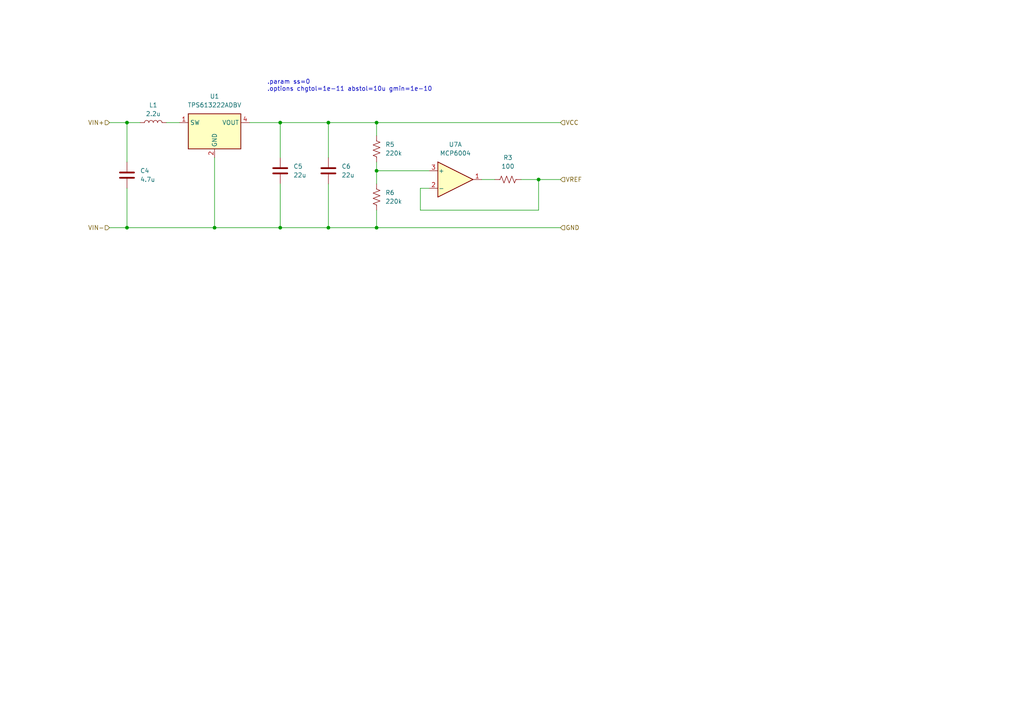
<source format=kicad_sch>
(kicad_sch (version 20250114) (generator "eeschema") (generator_version "9.0")
  (paper "A4")
  (lib_symbols
    (symbol "Amplifier_Operational:MCP6004" (pin_names (offset 0.127))
      (property "Reference" "U" (at 0 5.08 0))
      (property "Value" "MCP6004" (at 0 -5.08 0))
      (symbol "MCP6004_1_1"
        (polyline (pts (xy -5.08 5.08) (xy 5.08 0) (xy -5.08 -5.08) (xy -5.08 5.08)) (stroke (width 0.254)) (fill (type background)))
        (pin input line (at -7.62 2.54 0) (length 2.54) (name "+") (number "3"))
        (pin input line (at -7.62 -2.54 0) (length 2.54) (name "-") (number "2"))
        (pin output line (at 7.62 0 180) (length 2.54) (name "~") (number "1"))
      )
      (symbol "MCP6004_2_1"
        (polyline (pts (xy -5.08 5.08) (xy 5.08 0) (xy -5.08 -5.08) (xy -5.08 5.08)) (stroke (width 0.254)) (fill (type background)))
        (pin input line (at -7.62 2.54 0) (length 2.54) (name "+") (number "5"))
        (pin input line (at -7.62 -2.54 0) (length 2.54) (name "-") (number "6"))
        (pin output line (at 7.62 0 180) (length 2.54) (name "~") (number "7"))
      )
      (symbol "MCP6004_3_1"
        (polyline (pts (xy -5.08 5.08) (xy 5.08 0) (xy -5.08 -5.08) (xy -5.08 5.08)) (stroke (width 0.254)) (fill (type background)))
        (pin input line (at -7.62 2.54 0) (length 2.54) (name "+") (number "10"))
        (pin input line (at -7.62 -2.54 0) (length 2.54) (name "-") (number "9"))
        (pin output line (at 7.62 0 180) (length 2.54) (name "~") (number "8"))
      )
      (symbol "MCP6004_4_1"
        (polyline (pts (xy -5.08 5.08) (xy 5.08 0) (xy -5.08 -5.08) (xy -5.08 5.08)) (stroke (width 0.254)) (fill (type background)))
        (pin input line (at -7.62 2.54 0) (length 2.54) (name "+") (number "12"))
        (pin input line (at -7.62 -2.54 0) (length 2.54) (name "-") (number "13"))
        (pin output line (at 7.62 0 180) (length 2.54) (name "~") (number "14"))
      )
      (symbol "MCP6004_5_1"
        (pin power_in line (at -2.54 7.62 270) (length 3.81) (name "V+") (number "4"))
        (pin power_in line (at -2.54 -7.62 90) (length 3.81) (name "V-") (number "11"))
      )
    )
    (symbol "Device:C" (pin_numbers (hide yes)) (pin_names (offset 0.254))
      (property "Reference" "C" (at 0.635 2.54 0))
      (property "Value" "C" (at 0.635 -2.54 0))
      (symbol "C_0_1"
        (polyline (pts (xy -2.032 0.762) (xy 2.032 0.762)) (stroke (width 0.508)))
        (polyline (pts (xy -2.032 -0.762) (xy 2.032 -0.762)) (stroke (width 0.508)))
      )
      (symbol "C_1_1"
        (pin passive line (at 0 3.81 270) (length 2.794) (name "~") (number "1"))
        (pin passive line (at 0 -3.81 90) (length 2.794) (name "~") (number "2"))
      )
    )
    (symbol "Device:L" (pin_numbers (hide yes)) (pin_names (offset 1.016) (hide yes))
      (property "Reference" "L" (at -1.27 0 90))
      (property "Value" "L" (at 1.905 0 90))
      (symbol "L_0_1"
        (arc (start 0 2.54) (mid 0.6323 1.905) (end 0 1.27))
        (arc (start 0 1.27) (mid 0.6323 0.635) (end 0 0))
        (arc (start 0 0) (mid 0.6323 -0.635) (end 0 -1.27))
        (arc (start 0 -1.27) (mid 0.6323 -1.905) (end 0 -2.54))
      )
      (symbol "L_1_1"
        (pin passive line (at 0 3.81 270) (length 1.27) (name "1") (number "1"))
        (pin passive line (at 0 -3.81 90) (length 1.27) (name "2") (number "2"))
      )
    )
    (symbol "Device:R_US" (pin_numbers (hide yes)) (pin_names (offset 0))
      (property "Reference" "R" (at 2.54 0 90))
      (property "Value" "R_US" (at -2.54 0 90))
      (symbol "R_US_0_1"
        (polyline (pts (xy 0 2.286) (xy 0 2.54)))
        (polyline (pts (xy 0 2.286) (xy 1.016 1.905) (xy 0 1.524) (xy -1.016 1.143) (xy 0 0.762)))
        (polyline (pts (xy 0 0.762) (xy 1.016 0.381) (xy 0 0) (xy -1.016 -0.381) (xy 0 -0.762)))
        (polyline (pts (xy 0 -0.762) (xy 1.016 -1.143) (xy 0 -1.524) (xy -1.016 -1.905) (xy 0 -2.286)))
        (polyline (pts (xy 0 -2.286) (xy 0 -2.54)))
      )
      (symbol "R_US_1_1"
        (pin passive line (at 0 3.81 270) (length 1.27) (name "~") (number "1"))
        (pin passive line (at 0 -3.81 90) (length 1.27) (name "~") (number "2"))
      )
    )
    (symbol "Regulator_Switching:TPS613222ADBV"
      (property "Reference" "U" (at -7.62 6.35 0))
      (property "Value" "TPS613222ADBV" (at 2.54 6.35 0))
      (symbol "TPS613222ADBV_0_1"
        (rectangle (start -7.62 5.08) (end 7.62 -5.08) (stroke (width 0.254)) (fill (type background)))
      )
      (symbol "TPS613222ADBV_1_1"
        (pin power_in line (at -10.16 2.54 0) (length 2.54) (name "SW") (number "1"))
        (pin no_connect line (at -7.62 -2.54 0) (length 2.54) (hide yes) (name "NC") (number "3"))
        (pin power_in line (at 0 -7.62 90) (length 2.54) (name "GND") (number "2"))
        (pin no_connect line (at 7.62 -2.54 180) (length 2.54) (hide yes) (name "NC") (number "5"))
        (pin power_out line (at 10.16 2.54 180) (length 2.54) (name "VOUT") (number "4"))
      )
    )
  )
  (text ".param ss=0\n.options chgtol=1e-11 abstol=10u gmin=1e-10" (at 77.47 24.892 0) (effects (font (size 1.27 1.27)) (justify left)))
  (junction (at 36.83 35.56))
  (junction (at 109.22 49.53))
  (junction (at 109.22 66.04))
  (junction (at 81.28 35.56))
  (junction (at 156.21 52.07))
  (junction (at 109.22 35.56))
  (junction (at 62.23 66.04))
  (junction (at 95.25 66.04))
  (junction (at 36.83 66.04))
  (junction (at 95.25 35.56))
  (junction (at 81.28 66.04))
  (wire (pts (xy 139.7 52.07) (xy 143.51 52.07)))
  (wire (pts (xy 95.25 35.56) (xy 109.22 35.56)))
  (wire (pts (xy 40.64 35.56) (xy 36.83 35.56)))
  (wire (pts (xy 36.83 66.04) (xy 31.75 66.04)))
  (wire (pts (xy 36.83 54.61) (xy 36.83 66.04)))
  (wire (pts (xy 109.22 66.04) (xy 162.56 66.04)))
  (wire (pts (xy 72.39 35.56) (xy 81.28 35.56)))
  (wire (pts (xy 156.21 52.07) (xy 162.56 52.07)))
  (wire (pts (xy 109.22 49.53) (xy 109.22 53.34)))
  (wire (pts (xy 109.22 35.56) (xy 109.22 39.37)))
  (wire (pts (xy 109.22 35.56) (xy 162.56 35.56)))
  (wire (pts (xy 156.21 52.07) (xy 156.21 60.96)))
  (wire (pts (xy 48.26 35.56) (xy 52.07 35.56)))
  (wire (pts (xy 95.25 66.04) (xy 109.22 66.04)))
  (wire (pts (xy 95.25 35.56) (xy 95.25 45.72)))
  (wire (pts (xy 109.22 49.53) (xy 124.46 49.53)))
  (wire (pts (xy 109.22 60.96) (xy 109.22 66.04)))
  (wire (pts (xy 109.22 46.99) (xy 109.22 49.53)))
  (wire (pts (xy 121.92 60.96) (xy 121.92 54.61)))
  (wire (pts (xy 31.75 35.56) (xy 36.83 35.56)))
  (wire (pts (xy 36.83 35.56) (xy 36.83 46.99)))
  (wire (pts (xy 62.23 66.04) (xy 81.28 66.04)))
  (wire (pts (xy 81.28 66.04) (xy 95.25 66.04)))
  (wire (pts (xy 151.13 52.07) (xy 156.21 52.07)))
  (wire (pts (xy 36.83 66.04) (xy 62.23 66.04)))
  (wire (pts (xy 62.23 45.72) (xy 62.23 66.04)))
  (wire (pts (xy 121.92 54.61) (xy 124.46 54.61)))
  (wire (pts (xy 81.28 35.56) (xy 81.28 45.72)))
  (wire (pts (xy 95.25 53.34) (xy 95.25 66.04)))
  (wire (pts (xy 156.21 60.96) (xy 121.92 60.96)))
  (wire (pts (xy 81.28 35.56) (xy 95.25 35.56)))
  (wire (pts (xy 81.28 53.34) (xy 81.28 66.04)))
  (hierarchical_label "VIN+" (shape input) (at 31.75 35.56 180))
  (hierarchical_label "VIN-" (shape input) (at 31.75 66.04 180))
  (hierarchical_label "VREF" (shape input) (at 162.56 52.07 0))
  (hierarchical_label "VCC" (shape input) (at 162.56 35.56 0))
  (hierarchical_label "GND" (shape input) (at 162.56 66.04 0))
  (symbol (lib_id "Device:R_US") (at 147.32 52.07 90) (unit 1)
    (property "Reference" "R3" (at 147.32 45.72 90))
    (property "Value" "100" (at 147.32 48.26 90))
    (property "Description" "Resistor, US symbol" (effects (hide yes)))
  )
  (symbol (lib_id "Amplifier_Operational:MCP6004") (at 132.08 52.07 0) (unit 1)
    (property "Reference" "U7" (at 132.08 41.91 0))
    (property "Value" "MCP6004" (at 132.08 44.45 0))
    (property "Datasheet" "http://ww1.microchip.com/downloads/en/DeviceDoc/21733j.pdf" (effects (hide yes)))
    (property "Description" "1MHz, Low-Power Op Amp, DIP-14/SOIC-14/TSSOP-14" (effects (hide yes)))
    (property "Sim.Library" "MCP6001.lib" (effects (hide yes)))
    (property "Sim.Name" "MCP6004" (effects (hide yes)))
    (property "Sim.Device" "SUBCKT" (effects (hide yes)))
    (property "Sim.Pins" "1=OUTA 2=A- 3=A+ 4=VDD 5=B+ 6=B- 7=OUTB 8=OUTC 9=C- 10=C+ 11=VSS 12=D+ 13=D- 14=OUTD" (effects (hide yes)))
  )
  (symbol (lib_id "Device:R_US") (at 109.22 57.15 0) (unit 1)
    (property "Reference" "R6" (at 111.76 55.8799 0) (effects (justify left)))
    (property "Value" "220k" (at 111.76 58.4199 0) (effects (justify left)))
    (property "Description" "Resistor, US symbol" (effects (hide yes)))
  )
  (symbol (lib_id "Device:L") (at 44.45 35.56 270) (mirror x) (unit 1)
    (property "Reference" "L1" (at 44.45 30.48 90))
    (property "Value" "2.2u" (at 44.45 33.02 90))
    (property "Description" "Inductor" (effects (hide yes)))
    (property "Sim.Device" "SUBCKT" (effects (hide yes)))
    (property "Sim.Pins" "1=port1 2=port2" (effects (hide yes)))
    (property "Sim.Library" "DFE201612E-2R2M.mod" (effects (hide yes)))
    (property "Sim.Name" "DFE201612E-2R2M" (effects (hide yes)))
  )
  (symbol (lib_id "Device:C") (at 95.25 49.53 0) (unit 1)
    (property "Reference" "C6" (at 99.06 48.2599 0) (effects (justify left)))
    (property "Value" "22u" (at 99.06 50.7999 0) (effects (justify left)))
    (property "Description" "Unpolarized capacitor" (effects (hide yes)))
    (property "Sim.Device" "SUBCKT" (effects (hide yes)))
    (property "Sim.Pins" "1=+ 2=-" (effects (hide yes)))
    (property "Sim.Library" "RC.lib" (effects (hide yes)))
    (property "Sim.Name" "RC" (effects (hide yes)))
  )
  (symbol (lib_id "Device:C") (at 81.28 49.53 0) (unit 1)
    (property "Reference" "C5" (at 85.09 48.2599 0) (effects (justify left)))
    (property "Value" "22u" (at 85.09 50.7999 0) (effects (justify left)))
    (property "Description" "Unpolarized capacitor" (effects (hide yes)))
    (property "Sim.Device" "SUBCKT" (effects (hide yes)))
    (property "Sim.Pins" "1=+ 2=-" (effects (hide yes)))
    (property "Sim.Library" "RC.lib" (effects (hide yes)))
    (property "Sim.Name" "RC" (effects (hide yes)))
  )
  (symbol (lib_id "Device:C") (at 36.83 50.8 0) (unit 1)
    (property "Reference" "C4" (at 40.64 49.5299 0) (effects (justify left)))
    (property "Value" "4.7u" (at 40.64 52.0699 0) (effects (justify left)))
    (property "Description" "Unpolarized capacitor" (effects (hide yes)))
  )
  (symbol (lib_id "Device:R_US") (at 109.22 43.18 0) (unit 1)
    (property "Reference" "R5" (at 111.76 41.9099 0) (effects (justify left)))
    (property "Value" "220k" (at 111.76 44.4499 0) (effects (justify left)))
    (property "Description" "Resistor, US symbol" (effects (hide yes)))
  )
  (symbol (lib_id "Regulator_Switching:TPS613222ADBV") (at 62.23 38.1 0) (unit 1)
    (property "Reference" "U1" (at 62.23 27.94 0))
    (property "Value" "TPS613222ADBV" (at 62.23 30.48 0))
    (property "Footprint" "Package_TO_SOT_SMD:SOT-23-5" (effects (hide yes)))
    (property "Datasheet" "http://www.ti.com/lit/ds/symlink/tps61322.pdf" (effects (hide yes)))
    (property "Description" "1.8A Step-Up Converter, 5V Output Voltage, 0.9-5.5V Input Voltage, SOT-23-5" (effects (hide yes)))
    (property "Sim.Library" "tps613222A_trans.lib" (effects (hide yes)))
    (property "Sim.Name" "TPS613222A_TRANS" (effects (hide yes)))
    (property "Sim.Device" "SUBCKT" (effects (hide yes)))
    (property "Sim.Pins" "1=SW 2=GND 4=VOUT" (effects (hide yes)))
  )
)
</source>
